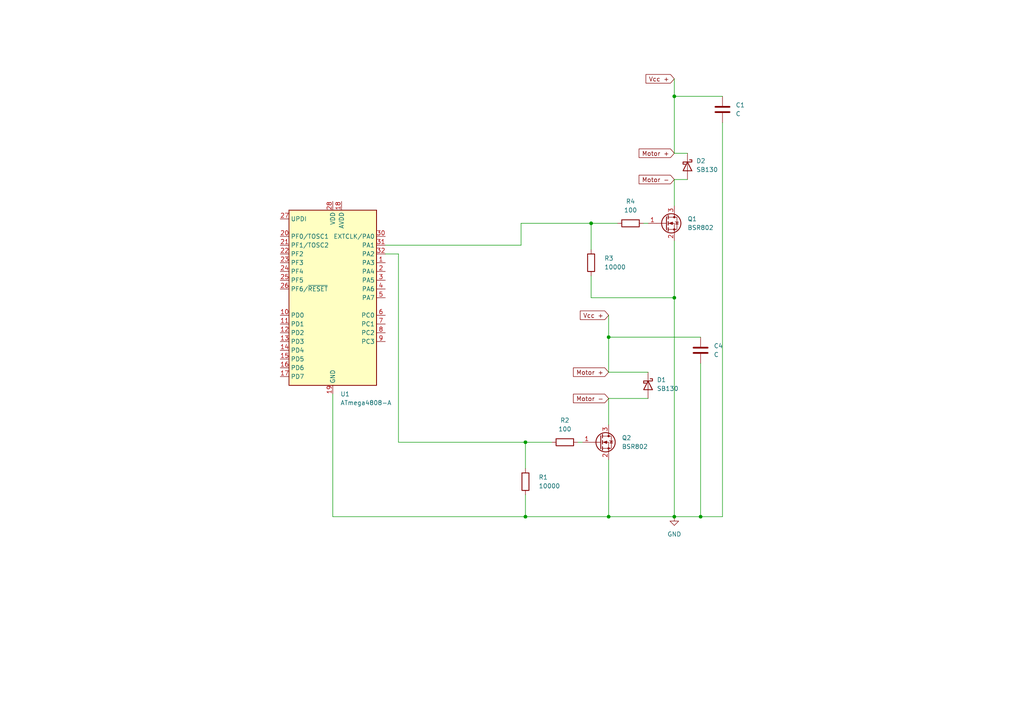
<source format=kicad_sch>
(kicad_sch (version 20230121) (generator eeschema)
  (paper "A4")
  (lib_symbols
    (symbol "Device:C" (pin_numbers hide) (pin_names (offset 0.254))
      (property "Reference" "C" (at 0.635 2.54 0))
      (property "Value" "C" (at 0.635 -2.54 0))
      (symbol "C_0_1"
        (polyline (pts (xy -2.032 -0.762) (xy 2.032 -0.762)) (stroke (width 0.508)))
        (polyline (pts (xy -2.032 0.762) (xy 2.032 0.762)) (stroke (width 0.508)))
      )
      (symbol "C_1_1"
        (pin passive line (at 0 3.81 270) (length 2.794) (name "~") (number "1"))
        (pin passive line (at 0 -3.81 90) (length 2.794) (name "~") (number "2"))
      )
    )
    (symbol "Device:R" (pin_numbers hide) (pin_names (offset 0))
      (property "Reference" "R" (at 2.032 0 90))
      (property "Value" "R" (at 0 0 90))
      (symbol "R_0_1"
        (rectangle (start -1.016 -2.54) (end 1.016 2.54) (stroke (width 0.254)))
      )
      (symbol "R_1_1"
        (pin passive line (at 0 3.81 270) (length 1.27) (name "~") (number "1"))
        (pin passive line (at 0 -3.81 90) (length 1.27) (name "~") (number "2"))
      )
    )
    (symbol "Diode:SB130" (pin_numbers hide) (pin_names (offset 1.016) hide)
      (property "Reference" "D" (at 0 2.54 0))
      (property "Value" "SB130" (at 0 -2.54 0))
      (symbol "SB130_0_1"
        (polyline (pts (xy 1.27 0) (xy -1.27 0)))
        (polyline (pts (xy 1.27 1.27) (xy 1.27 -1.27) (xy -1.27 0) (xy 1.27 1.27)) (stroke (width 0.254)))
        (polyline (pts (xy -1.905 0.635) (xy -1.905 1.27) (xy -1.27 1.27) (xy -1.27 -1.27) (xy -0.635 -1.27) (xy -0.635 -0.635)) (stroke (width 0.254)))
      )
      (symbol "SB130_1_1"
        (pin passive line (at -3.81 0 0) (length 2.54) (name "K") (number "1"))
        (pin passive line (at 3.81 0 180) (length 2.54) (name "A") (number "2"))
      )
    )
    (symbol "MCU_Microchip_ATmega:ATmega4808-A"
      (property "Reference" "U" (at -12.7 26.67 0))
      (property "Value" "ATmega4808-A" (at 2.54 -26.67 0))
      (symbol "ATmega4808-A_0_1"
        (rectangle (start -12.7 -25.4) (end 12.7 25.4) (stroke (width 0.254)) (fill (type background)))
      )
      (symbol "ATmega4808-A_1_1"
        (pin bidirectional line (at 15.24 10.16 180) (length 2.54) (name "PA3") (number "1"))
        (pin bidirectional line (at -15.24 -5.08 0) (length 2.54) (name "PD0") (number "10"))
        (pin bidirectional line (at -15.24 -7.62 0) (length 2.54) (name "PD1") (number "11"))
        (pin bidirectional line (at -15.24 -10.16 0) (length 2.54) (name "PD2") (number "12"))
        (pin bidirectional line (at -15.24 -12.7 0) (length 2.54) (name "PD3") (number "13"))
        (pin bidirectional line (at -15.24 -15.24 0) (length 2.54) (name "PD4") (number "14"))
        (pin bidirectional line (at -15.24 -17.78 0) (length 2.54) (name "PD5") (number "15"))
        (pin bidirectional line (at -15.24 -20.32 0) (length 2.54) (name "PD6") (number "16"))
        (pin bidirectional line (at -15.24 -22.86 0) (length 2.54) (name "PD7") (number "17"))
        (pin power_in line (at 2.54 27.94 270) (length 2.54) (name "AVDD") (number "18"))
        (pin power_in line (at 0 -27.94 90) (length 2.54) (name "GND") (number "19"))
        (pin bidirectional line (at 15.24 7.62 180) (length 2.54) (name "PA4") (number "2"))
        (pin bidirectional line (at -15.24 17.78 0) (length 2.54) (name "PF0/TOSC1") (number "20"))
        (pin bidirectional line (at -15.24 15.24 0) (length 2.54) (name "PF1/TOSC2") (number "21"))
        (pin bidirectional line (at -15.24 12.7 0) (length 2.54) (name "PF2") (number "22"))
        (pin bidirectional line (at -15.24 10.16 0) (length 2.54) (name "PF3") (number "23"))
        (pin bidirectional line (at -15.24 7.62 0) (length 2.54) (name "PF4") (number "24"))
        (pin bidirectional line (at -15.24 5.08 0) (length 2.54) (name "PF5") (number "25"))
        (pin bidirectional line (at -15.24 2.54 0) (length 2.54) (name "PF6/~{RESET}") (number "26"))
        (pin bidirectional line (at -15.24 22.86 0) (length 2.54) (name "UPDI") (number "27"))
        (pin power_in line (at 0 27.94 270) (length 2.54) (name "VDD") (number "28"))
        (pin passive line (at 0 -27.94 90) (length 2.54) hide (name "GND") (number "29"))
        (pin bidirectional line (at 15.24 5.08 180) (length 2.54) (name "PA5") (number "3"))
        (pin bidirectional line (at 15.24 17.78 180) (length 2.54) (name "EXTCLK/PA0") (number "30"))
        (pin bidirectional line (at 15.24 15.24 180) (length 2.54) (name "PA1") (number "31"))
        (pin bidirectional line (at 15.24 12.7 180) (length 2.54) (name "PA2") (number "32"))
        (pin bidirectional line (at 15.24 2.54 180) (length 2.54) (name "PA6") (number "4"))
        (pin bidirectional line (at 15.24 0 180) (length 2.54) (name "PA7") (number "5"))
        (pin bidirectional line (at 15.24 -5.08 180) (length 2.54) (name "PC0") (number "6"))
        (pin bidirectional line (at 15.24 -7.62 180) (length 2.54) (name "PC1") (number "7"))
        (pin bidirectional line (at 15.24 -10.16 180) (length 2.54) (name "PC2") (number "8"))
        (pin bidirectional line (at 15.24 -12.7 180) (length 2.54) (name "PC3") (number "9"))
      )
    )
    (symbol "Transistor_FET:2N7002H" (pin_names hide)
      (property "Reference" "Q" (at 5.08 1.905 0))
      (property "Value" "2N7002H" (at 5.08 0 0))
      (symbol "2N7002H_0_1"
        (polyline (pts (xy 0.254 0) (xy -2.54 0)))
        (polyline (pts (xy 0.254 1.905) (xy 0.254 -1.905)) (stroke (width 0.254)))
        (polyline (pts (xy 0.762 -1.27) (xy 0.762 -2.286)) (stroke (width 0.254)))
        (polyline (pts (xy 0.762 0.508) (xy 0.762 -0.508)) (stroke (width 0.254)))
        (polyline (pts (xy 0.762 2.286) (xy 0.762 1.27)) (stroke (width 0.254)))
        (polyline (pts (xy 2.54 2.54) (xy 2.54 1.778)))
        (polyline (pts (xy 2.54 -2.54) (xy 2.54 0) (xy 0.762 0)))
        (polyline (pts (xy 0.762 -1.778) (xy 3.302 -1.778) (xy 3.302 1.778) (xy 0.762 1.778)))
        (polyline (pts (xy 1.016 0) (xy 2.032 0.381) (xy 2.032 -0.381) (xy 1.016 0)) (fill (type outline)))
        (polyline (pts (xy 2.794 0.508) (xy 2.921 0.381) (xy 3.683 0.381) (xy 3.81 0.254)))
        (polyline (pts (xy 3.302 0.381) (xy 2.921 -0.254) (xy 3.683 -0.254) (xy 3.302 0.381)))
        (circle (center 1.651 0) (radius 2.794) (stroke (width 0.254)))
        (circle (center 2.54 -1.778) (radius 0.254) (fill (type outline)))
        (circle (center 2.54 1.778) (radius 0.254) (fill (type outline)))
      )
      (symbol "2N7002H_1_1"
        (pin input line (at -5.08 0 0) (length 2.54) (name "G") (number "1"))
        (pin passive line (at 2.54 -5.08 90) (length 2.54) (name "S") (number "2"))
        (pin passive line (at 2.54 5.08 270) (length 2.54) (name "D") (number "3"))
      )
    )
    (symbol "power:GND" (power) (pin_names (offset 0))
      (property "Value" "GND" (at 0 -3.81 0))
      (symbol "GND_0_1"
        (polyline (pts (xy 0 0) (xy 0 -1.27) (xy 1.27 -1.27) (xy 0 -2.54) (xy -1.27 -1.27) (xy 0 -1.27)))
      )
      (symbol "GND_1_1"
        (pin power_in line (at 0 0 270) (length 0) hide (name "GND") (number "1"))
      )
    )
  )
  (junction (at 152.4 128.27))
  (junction (at 195.58 27.94))
  (junction (at 176.53 149.86))
  (junction (at 152.4 149.86))
  (junction (at 203.2 149.86))
  (junction (at 176.53 97.79))
  (junction (at 195.58 86.36))
  (junction (at 195.58 149.86))
  (junction (at 171.45 64.77))
  (wire (pts (xy 151.13 64.77) (xy 171.45 64.77)))
  (wire (pts (xy 111.76 73.66) (xy 115.57 73.66)))
  (wire (pts (xy 176.53 97.79) (xy 203.2 97.79)))
  (wire (pts (xy 195.58 86.36) (xy 195.58 149.86)))
  (wire (pts (xy 195.58 22.86) (xy 195.58 27.94)))
  (wire (pts (xy 203.2 149.86) (xy 209.55 149.86)))
  (wire (pts (xy 176.53 97.79) (xy 176.53 107.95)))
  (wire (pts (xy 176.53 91.44) (xy 176.53 97.79)))
  (wire (pts (xy 151.13 71.12) (xy 151.13 64.77)))
  (wire (pts (xy 152.4 149.86) (xy 176.53 149.86)))
  (wire (pts (xy 195.58 69.85) (xy 195.58 86.36)))
  (wire (pts (xy 195.58 149.86) (xy 203.2 149.86)))
  (wire (pts (xy 209.55 35.56) (xy 209.55 149.86)))
  (wire (pts (xy 203.2 105.41) (xy 203.2 149.86)))
  (wire (pts (xy 171.45 72.39) (xy 171.45 64.77)))
  (wire (pts (xy 167.64 128.27) (xy 168.91 128.27)))
  (wire (pts (xy 209.55 27.94) (xy 195.58 27.94)))
  (wire (pts (xy 111.76 71.12) (xy 151.13 71.12)))
  (wire (pts (xy 152.4 135.89) (xy 152.4 128.27)))
  (wire (pts (xy 171.45 86.36) (xy 195.58 86.36)))
  (wire (pts (xy 171.45 80.01) (xy 171.45 86.36)))
  (wire (pts (xy 195.58 44.45) (xy 199.39 44.45)))
  (wire (pts (xy 96.52 149.86) (xy 96.52 114.3)))
  (wire (pts (xy 176.53 115.57) (xy 187.96 115.57)))
  (wire (pts (xy 96.52 149.86) (xy 152.4 149.86)))
  (wire (pts (xy 195.58 52.07) (xy 199.39 52.07)))
  (wire (pts (xy 176.53 133.35) (xy 176.53 149.86)))
  (wire (pts (xy 152.4 128.27) (xy 160.02 128.27)))
  (wire (pts (xy 195.58 52.07) (xy 195.58 59.69)))
  (wire (pts (xy 115.57 73.66) (xy 115.57 128.27)))
  (wire (pts (xy 176.53 115.57) (xy 176.53 123.19)))
  (wire (pts (xy 171.45 64.77) (xy 179.07 64.77)))
  (wire (pts (xy 115.57 128.27) (xy 152.4 128.27)))
  (wire (pts (xy 186.69 64.77) (xy 187.96 64.77)))
  (wire (pts (xy 152.4 143.51) (xy 152.4 149.86)))
  (wire (pts (xy 176.53 149.86) (xy 195.58 149.86)))
  (wire (pts (xy 195.58 27.94) (xy 195.58 44.45)))
  (wire (pts (xy 176.53 107.95) (xy 187.96 107.95)))
  (global_label "Motor +" (shape input) (at 195.58 44.45 180) (property "Intersheetrefs" "${INTERSHEET_REFS}" (effects hide)))
  (global_label "Vcc +" (shape input) (at 176.53 91.44 180) (property "Intersheetrefs" "${INTERSHEET_REFS}" (effects hide)))
  (global_label "Motor -" (shape input) (at 176.53 115.57 180) (property "Intersheetrefs" "${INTERSHEET_REFS}" (effects hide)))
  (global_label "Motor +" (shape input) (at 176.53 107.95 180) (property "Intersheetrefs" "${INTERSHEET_REFS}" (effects hide)))
  (global_label "Motor -" (shape input) (at 195.58 52.07 180) (property "Intersheetrefs" "${INTERSHEET_REFS}" (effects hide)))
  (global_label "Vcc +" (shape input) (at 195.58 22.86 180) (property "Intersheetrefs" "${INTERSHEET_REFS}" (effects hide)))
  (symbol (lib_id "Diode:SB130") (at 187.96 111.76 270) (unit 1)
    (property "Reference" "D1" (at 190.5 110.1725 90) (effects (justify left)))
    (property "Value" "SB130" (at 190.5 112.7125 90) (effects (justify left)))
    (property "Footprint" "Diode_THT:D_DO-41_SOD81_P10.16mm_Horizontal" (effects hide))
    (property "Datasheet" "http://www.diodes.com/_files/datasheets/ds23022.pdf" (effects hide))
  )
  (symbol (lib_id "Device:R") (at 182.88 64.77 90) (unit 1)
    (property "Reference" "R4" (at 182.88 58.42 90))
    (property "Value" "100" (at 182.88 60.96 90))
    (property "Footprint" "Resistor_SMD:R_0805_2012Metric" (effects hide))
  )
  (symbol (lib_id "Transistor_FET:2N7002H") (at 193.04 64.77 0) (unit 1)
    (property "Reference" "Q1" (at 199.39 63.5 0) (effects (justify left)))
    (property "Value" "BSR802" (at 199.39 66.04 0) (effects (justify left)))
    (property "Footprint" "Package_TO_SOT_SMD:SOT-23" (effects hide))
    (property "Datasheet" "http://www.diodes.com/assets/Datasheets/2N7002H.pdf" (effects hide))
  )
  (symbol (lib_id "Device:R") (at 152.4 139.7 0) (unit 1)
    (property "Reference" "R1" (at 156.21 138.43 0) (effects (justify left)))
    (property "Value" "10000" (at 156.21 140.97 0) (effects (justify left)))
    (property "Footprint" "Resistor_SMD:R_0805_2012Metric" (effects hide))
  )
  (symbol (lib_id "MCU_Microchip_ATmega:ATmega4808-A") (at 96.52 86.36 0) (unit 1)
    (property "Reference" "U1" (at 98.7141 114.3 0) (effects (justify left)))
    (property "Value" "ATmega4808-A" (at 98.7141 116.84 0) (effects (justify left)))
    (property "Footprint" "Package_QFP:TQFP-32_7x7mm_P0.8mm" (effects hide))
    (property "Datasheet" "http://ww1.microchip.com/downloads/en/DeviceDoc/40002017A.pdf" (effects hide))
  )
  (symbol (lib_id "power:GND") (at 195.58 149.86 0) (unit 1)
    (property "Reference" "#PWR01" (effects hide))
    (property "Value" "GND" (at 195.58 154.94 0))
  )
  (symbol (lib_id "Device:R") (at 171.45 76.2 0) (unit 1)
    (property "Reference" "R3" (at 175.26 74.93 0) (effects (justify left)))
    (property "Value" "10000" (at 175.26 77.47 0) (effects (justify left)))
    (property "Footprint" "Resistor_SMD:R_0805_2012Metric" (effects hide))
  )
  (symbol (lib_id "Device:C") (at 209.55 31.75 0) (unit 1)
    (property "Reference" "C1" (at 213.36 30.48 0) (effects (justify left)))
    (property "Value" "C" (at 213.36 33.02 0) (effects (justify left)))
    (property "Footprint" "Capacitor_SMD:C_1206_3216Metric_Pad1.33x1.80mm_HandSolder" (effects hide))
  )
  (symbol (lib_id "Diode:SB130") (at 199.39 48.26 270) (unit 1)
    (property "Reference" "D2" (at 201.93 46.6725 90) (effects (justify left)))
    (property "Value" "SB130" (at 201.93 49.2125 90) (effects (justify left)))
    (property "Footprint" "Diode_THT:D_DO-41_SOD81_P10.16mm_Horizontal" (effects hide))
    (property "Datasheet" "http://www.diodes.com/_files/datasheets/ds23022.pdf" (effects hide))
  )
  (symbol (lib_id "Device:R") (at 163.83 128.27 90) (unit 1)
    (property "Reference" "R2" (at 163.83 121.92 90))
    (property "Value" "100" (at 163.83 124.46 90))
    (property "Footprint" "Resistor_SMD:R_0805_2012Metric" (effects hide))
  )
  (symbol (lib_id "Transistor_FET:2N7002H") (at 173.99 128.27 0) (unit 1)
    (property "Reference" "Q2" (at 180.34 127 0) (effects (justify left)))
    (property "Value" "BSR802" (at 180.34 129.54 0) (effects (justify left)))
    (property "Footprint" "Package_TO_SOT_SMD:SOT-23" (effects hide))
    (property "Datasheet" "http://www.diodes.com/assets/Datasheets/2N7002H.pdf" (effects hide))
  )
  (symbol (lib_id "Device:C") (at 203.2 101.6 0) (unit 1)
    (property "Reference" "C4" (at 207.01 100.33 0) (effects (justify left)))
    (property "Value" "C" (at 207.01 102.87 0) (effects (justify left)))
    (property "Footprint" "Capacitor_SMD:C_1206_3216Metric_Pad1.33x1.80mm_HandSolder" (effects hide))
  )
)
</source>
